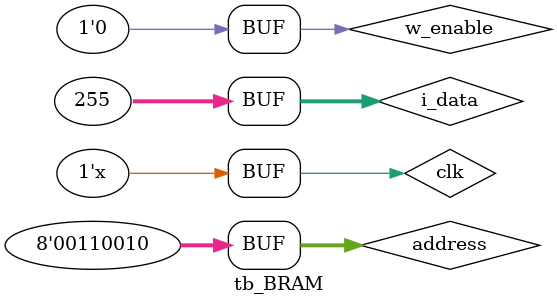
<source format=v>
`timescale 1ns / 1ps
module tb_BRAM();

reg           clk;
reg           w_enable;
reg  [7  : 0] address;
reg  [31 : 0] i_data;
wire [31 : 0] o_data;

initial begin
    clk = 0;
    w_enable = 0;
    address = 0;
    i_data = 0;
   
    #100
    w_enable = 1;
    address = 5;
    i_data = 'h000000ff;
    #2
    w_enable = 0;
    #2
    address = 2;
    #4
    address = 50;

end

always #1 clk = ~clk;

BRAM u_BRAM (
            .clk(clk),
            .i_w_enable(w_enable),
            .i_address(address),
            .i_data(i_data),
            .o_data(o_data)
            );
            
endmodule


</source>
